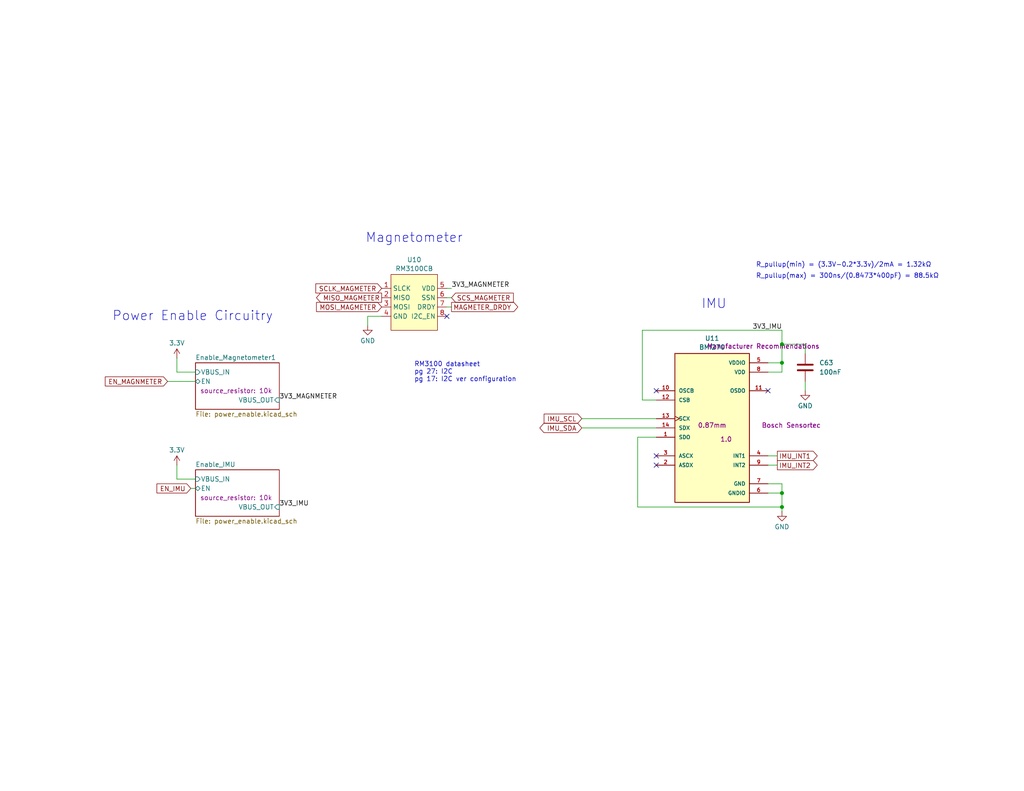
<source format=kicad_sch>
(kicad_sch (version 20250114) (generator "eeschema") (generator_version "9.0")
  (paper "A")
  (title_block (title "ADCS Main Board") (date "2025-05-22") (rev "1.6") (company "Stanford Student Space Initiative") (comment 1 "Sage Wu"))
  (lib_symbols
    (symbol "Device:C" (pin_numbers (hide yes)) (pin_names (offset 0.254))
      (property "Reference" "C" (at 0.635 2.54 0))
      (property "Value" "C" (at 0.635 -2.54 0))
      (symbol "C_0_1"
        (polyline (pts (xy -2.032 0.762) (xy 2.032 0.762)) (stroke (width 0.508)))
        (polyline (pts (xy -2.032 -0.762) (xy 2.032 -0.762)) (stroke (width 0.508)))
      )
      (symbol "C_1_1"
        (pin passive line (at 0 3.81 270) (length 2.794) (name "~") (number "1"))
        (pin passive line (at 0 -3.81 90) (length 2.794) (name "~") (number "2"))
      )
    )
    (symbol "power:+3V3" (power) (pin_numbers (hide yes)) (pin_names (offset 0) (hide yes))
      (property "Value" "+3V3" (at 0 3.556 0))
      (symbol "+3V3_0_1"
        (polyline (pts (xy -0.762 1.27) (xy 0 2.54)))
        (polyline (pts (xy 0 2.54) (xy 0.762 1.27)))
        (polyline (pts (xy 0 0) (xy 0 2.54)))
      )
      (symbol "+3V3_1_1"
        (pin power_in line (at 0 0 90) (length 0) (name "~") (number "1"))
      )
    )
    (symbol "power:GND" (power) (pin_numbers (hide yes)) (pin_names (offset 0) (hide yes))
      (property "Value" "GND" (at 0 -3.81 0))
      (symbol "GND_0_1"
        (polyline (pts (xy 0 0) (xy 0 -1.27) (xy 1.27 -1.27) (xy 0 -2.54) (xy -1.27 -1.27) (xy 0 -1.27)))
      )
      (symbol "GND_1_1"
        (pin power_in line (at 0 0 270) (length 0) (name "~") (number "1"))
      )
    )
    (symbol "ssi_IC:BMI270" (pin_names (offset 1.016))
      (property "Reference" "U" (at -10.16 21.082 0))
      (property "Value" "BMI270" (at -10.16 -22.86 0))
      (symbol "BMI270_0_0"
        (rectangle (start -10.16 -20.32) (end 10.16 20.32) (stroke (width 0.254)) (fill (type background)))
        (pin input line (at -15.24 10.16 0) (length 5.08) (name "OSCB") (number "10"))
        (pin input line (at -15.24 7.62 0) (length 5.08) (name "CSB") (number "12"))
        (pin input clock (at -15.24 2.54 0) (length 5.08) (name "SCX") (number "13"))
        (pin bidirectional line (at -15.24 0 0) (length 5.08) (name "SDX") (number "14"))
        (pin bidirectional line (at -15.24 -2.54 0) (length 5.08) (name "SDO") (number "1"))
        (pin bidirectional line (at -15.24 -7.62 0) (length 5.08) (name "ASCX") (number "3"))
        (pin bidirectional line (at -15.24 -10.16 0) (length 5.08) (name "ASDX") (number "2"))
        (pin power_in line (at 15.24 17.78 180) (length 5.08) (name "VDDIO") (number "5"))
        (pin power_in line (at 15.24 15.24 180) (length 5.08) (name "VDD") (number "8"))
        (pin output line (at 15.24 10.16 180) (length 5.08) (name "OSDO") (number "11"))
        (pin bidirectional line (at 15.24 -7.62 180) (length 5.08) (name "INT1") (number "4"))
        (pin bidirectional line (at 15.24 -10.16 180) (length 5.08) (name "INT2") (number "9"))
        (pin power_in line (at 15.24 -15.24 180) (length 5.08) (name "GND") (number "7"))
        (pin power_in line (at 15.24 -17.78 180) (length 5.08) (name "GNDIO") (number "6"))
      )
    )
    (symbol "ssi_IC:RM3100-CB_AliExpress"
      (property "Reference" "U10" (at 0 11.6375 0))
      (property "Value" "RM3100CB" (at 0 9.2132 0))
      (symbol "RM3100-CB_AliExpress_1_1"
        (rectangle (start -6.35 7.62) (end 6.35 -7.62) (fill (type background)))
        (pin input line (at -8.89 3.81 0) (length 2.54) (name "SLCK") (number "1"))
        (pin output line (at -8.89 1.27 0) (length 2.54) (name "MISO") (number "2"))
        (pin input line (at -8.89 -1.27 0) (length 2.54) (name "MOSI") (number "3"))
        (pin power_in line (at -8.89 -3.81 0) (length 2.54) (name "GND") (number "4"))
        (pin power_in line (at 8.89 3.81 180) (length 2.54) (name "VDD") (number "5"))
        (pin input line (at 8.89 1.27 180) (length 2.54) (name "SSN") (number "6"))
        (pin output line (at 8.89 -1.27 180) (length 2.54) (name "DRDY") (number "7"))
        (pin input line (at 8.89 -3.81 180) (length 2.54) (name "I2C_EN") (number "8"))
      )
    )
  )
  (text "Power Enable Circuitry" (at 52.578 86.36 0) (effects (font (size 2.54 2.54))))
  (text "RM3100 datasheet\npg 27: I2C\npg 17: I2C ver configuration" (at 113.03 101.6 0) (effects (font (size 1.27 1.27)) (justify left)))
  (text "R_pullup(min) = (3.3V-0.2*3.3v)/2mA = 1.32kΩ" (at 206.248 72.39 0) (effects (font (size 1.27 1.27)) (justify left)))
  (text "IMU" (at 194.818 83.058 0) (effects (font (size 2.54 2.54))))
  (text "R_pullup(max) = 300ns/(0.8473*400pF) = 88.5kΩ" (at 206.248 75.438 0) (effects (font (size 1.27 1.27)) (justify left)))
  (text "Magnetometer" (at 113.03 65.024 0) (effects (font (size 2.54 2.54))))
  (junction (at 213.36 99.06))
  (junction (at 213.36 138.43))
  (junction (at 213.36 93.98))
  (junction (at 213.36 134.62))
  (no_connect (at 179.07 127))
  (no_connect (at 179.07 124.46))
  (no_connect (at 121.92 86.36))
  (no_connect (at 179.07 106.68))
  (no_connect (at 209.55 106.68))
  (wire (pts (xy 213.36 134.62) (xy 213.36 138.43)))
  (wire (pts (xy 209.55 134.62) (xy 213.36 134.62)))
  (wire (pts (xy 213.36 101.6) (xy 209.55 101.6)))
  (wire (pts (xy 100.33 86.36) (xy 100.33 88.9)))
  (wire (pts (xy 158.75 114.3) (xy 179.07 114.3)))
  (wire (pts (xy 52.07 133.35) (xy 53.34 133.35)))
  (wire (pts (xy 209.55 99.06) (xy 213.36 99.06)))
  (wire (pts (xy 209.55 124.46) (xy 212.09 124.46)))
  (wire (pts (xy 104.14 86.36) (xy 100.33 86.36)))
  (wire (pts (xy 53.34 101.6) (xy 48.26 101.6)))
  (wire (pts (xy 209.55 127) (xy 212.09 127)))
  (wire (pts (xy 213.36 138.43) (xy 213.36 139.7)))
  (wire (pts (xy 179.07 119.38) (xy 173.99 119.38)))
  (wire (pts (xy 158.75 116.84) (xy 179.07 116.84)))
  (wire (pts (xy 175.26 90.17) (xy 213.36 90.17)))
  (wire (pts (xy 209.55 132.08) (xy 213.36 132.08)))
  (wire (pts (xy 53.34 130.81) (xy 48.26 130.81)))
  (wire (pts (xy 213.36 132.08) (xy 213.36 134.62)))
  (wire (pts (xy 219.71 104.14) (xy 219.71 106.68)))
  (wire (pts (xy 213.36 99.06) (xy 213.36 101.6)))
  (wire (pts (xy 213.36 93.98) (xy 213.36 99.06)))
  (wire (pts (xy 48.26 101.6) (xy 48.26 97.79)))
  (wire (pts (xy 121.92 83.82) (xy 123.19 83.82)))
  (wire (pts (xy 48.26 130.81) (xy 48.26 127)))
  (wire (pts (xy 45.72 104.14) (xy 53.34 104.14)))
  (wire (pts (xy 121.92 81.28) (xy 123.19 81.28)))
  (wire (pts (xy 219.71 96.52) (xy 219.71 93.98)))
  (wire (pts (xy 175.26 109.22) (xy 175.26 90.17)))
  (wire (pts (xy 179.07 109.22) (xy 175.26 109.22)))
  (wire (pts (xy 173.99 138.43) (xy 213.36 138.43)))
  (wire (pts (xy 173.99 119.38) (xy 173.99 138.43)))
  (wire (pts (xy 121.92 78.74) (xy 123.19 78.74)))
  (wire (pts (xy 213.36 90.17) (xy 213.36 93.98)))
  (wire (pts (xy 213.36 93.98) (xy 219.71 93.98)))
  (label "3V3_MAGNMETER" (at 123.19 78.74 0))
  (label "3V3_IMU" (at 213.36 90.17 180))
  (label "3V3_IMU" (at 76.2 138.43 0))
  (label "3V3_MAGNMETER" (at 76.2 109.22 0))
  (global_label "IMU_SDA" (shape bidirectional) (at 158.75 116.84 180) (property "Intersheetrefs" "${INTERSHEET_REFS}" (effects (hide yes))))
  (global_label "IMU_SCL" (shape input) (at 158.75 114.3 180) (property "Intersheetrefs" "${INTERSHEET_REFS}" (effects (hide yes))))
  (global_label "EN_MAGNMETER" (shape input) (at 45.72 104.14 180) (property "Intersheetrefs" "${INTERSHEET_REFS}" (effects (hide yes))))
  (global_label "MISO_MAGMETER" (shape output) (at 104.14 81.28 180) (property "Intersheetrefs" "${INTERSHEET_REFS}" (effects (hide yes))))
  (global_label "IMU_INT2" (shape output) (at 212.09 127 0) (property "Intersheetrefs" "${INTERSHEET_REFS}" (effects (hide yes))))
  (global_label "MOSI_MAGMETER" (shape input) (at 104.14 83.82 180) (property "Intersheetrefs" "${INTERSHEET_REFS}" (effects (hide yes))))
  (global_label "EN_IMU" (shape input) (at 52.07 133.35 180) (property "Intersheetrefs" "${INTERSHEET_REFS}" (effects (hide yes))))
  (global_label "MAGMETER_DRDY" (shape output) (at 123.19 83.82 0) (property "Intersheetrefs" "${INTERSHEET_REFS}" (effects (hide yes))))
  (global_label "SCLK_MAGMETER" (shape input) (at 104.14 78.74 180) (property "Intersheetrefs" "${INTERSHEET_REFS}" (effects (hide yes))))
  (global_label "SCS_MAGMETER" (shape input) (at 123.19 81.28 0) (property "Intersheetrefs" "${INTERSHEET_REFS}" (effects (hide yes))))
  (global_label "IMU_INT1" (shape output) (at 212.09 124.46 0) (property "Intersheetrefs" "${INTERSHEET_REFS}" (effects (hide yes))))
  (symbol (lib_id "power:GND") (at 100.33 88.9 0) (unit 1)
    (property "Reference" "#PWR058" (effects (hide yes)))
    (property "Value" "GND" (at 100.33 93.0331 0))
    (property "Description" "Power symbol creates a global label with name \"GND\" , ground" (effects (hide yes)))
  )
  (symbol (lib_id "power:GND") (at 213.36 139.7 0) (unit 1)
    (property "Reference" "#PWR079" (effects (hide yes)))
    (property "Value" "GND" (at 213.36 143.8331 0))
    (property "Description" "Power symbol creates a global label with name \"GND\" , ground" (effects (hide yes)))
  )
  (symbol (lib_id "ssi_IC:BMI270") (at 194.31 116.84 0) (unit 1)
    (property "Reference" "U11" (at 194.31 92.3755 0))
    (property "Value" "BMI270" (at 194.31 94.7998 0))
    (property "Footprint" "ssi_IC:BMI270" (effects (hide yes)))
    (property "Datasheet" "https://www.bosch-sensortec.com/media/boschsensortec/downloads/datasheets/bst-bmi270-ds000.pdf" (effects (hide yes)))
    (property "Height" "0.87mm" (effects (hide yes)))
    (property "Manufacturer_Name" "Bosch Sensortec" (effects (hide yes)))
    (property "Standard" "Manufacturer Recommendations" (effects (hide yes)))
    (property "PATREV" "1.0" (at 198.12 120.65 0) (effects (justify bottom)))
    (property "STANDARD" "Manufacturer Recommendations" (at 208.28 95.25 0) (effects (justify bottom)))
    (property "MAXIMUM_PACKAGE_HEIGHT" "0.87mm" (at 194.31 116.84 0) (effects (justify bottom)))
    (property "MANUFACTURER" "Bosch Sensortec" (at 215.9 116.84 0) (effects (justify bottom)))
  )
  (symbol (lib_id "power:+3V3") (at 48.26 127 0) (unit 1)
    (property "Reference" "#PWR07" (effects (hide yes)))
    (property "Value" "3.3V" (at 48.26 122.8669 0))
    (property "Description" "Power symbol creates a global label with name \"+3V3\"" (effects (hide yes)))
  )
  (symbol (lib_id "ssi_IC:RM3100-CB_AliExpress") (at 113.03 82.55 0) (unit 1)
    (property "Reference" "U10" (at 113.03 70.9125 0))
    (property "Value" "RM3100CB" (at 113.03 73.3368 0))
    (property "Footprint" "ssi_IC:RM3100CB" (effects (hide yes)))
    (property "Datasheet" "https://www.pnisensor.com/rm3100-cb/#download-rm3100-cb-manual" (effects (hide yes)))
  )
  (symbol (lib_id "power:GND") (at 219.71 106.68 0) (unit 1)
    (property "Reference" "#PWR022" (effects (hide yes)))
    (property "Value" "GND" (at 219.71 110.8131 0))
    (property "Description" "Power symbol creates a global label with name \"GND\" , ground" (effects (hide yes)))
  )
  (symbol (lib_id "power:+3V3") (at 48.26 97.79 0) (unit 1)
    (property "Reference" "#PWR01" (effects (hide yes)))
    (property "Value" "3.3V" (at 48.26 93.6569 0))
    (property "Description" "Power symbol creates a global label with name \"+3V3\"" (effects (hide yes)))
  )
  (symbol (lib_id "Device:C") (at 219.71 100.33 0) (unit 1)
    (property "Reference" "C63" (at 223.52 99.0599 0) (effects (justify left)))
    (property "Value" "100nF" (at 223.52 101.5999 0) (effects (justify left)))
    (property "Footprint" "Capacitor_SMD:C_0603_1608Metric" (effects (hide yes)))
    (property "Description" "Unpolarized capacitor" (effects (hide yes)))
  )
  (sheet (at 53.34 99.06) (size 22.86 12.7) (stroke (width 0.1524))
    (property "Sheetname" "Enable_Magnetometer1" (at 53.34 98.3484 0) (effects (justify left bottom)))
    (property "Sheetfile" "power_enable.kicad_sch" (at 53.34 112.3446 0) (effects (justify left top)))
    (property "source_resistor" "10k" (at 64.4398 106.68 0) (show_name yes))
    (pin "VBUS_IN" input (at 53.34 101.6 180))
    (pin "EN" bidirectional (at 53.34 104.14 180))
    (pin "VBUS_OUT" input (at 76.2 109.22 0))
  )
  (sheet (at 53.34 128.27) (size 22.86 12.7) (stroke (width 0.1524))
    (property "Sheetname" "Enable_IMU" (at 53.34 127.5584 0) (effects (justify left bottom)))
    (property "Sheetfile" "power_enable.kicad_sch" (at 53.34 141.5546 0) (effects (justify left top)))
    (property "source_resistor" "10k" (at 64.4398 135.89 0) (show_name yes))
    (pin "VBUS_IN" input (at 53.34 130.81 180))
    (pin "EN" bidirectional (at 53.34 133.35 180))
    (pin "VBUS_OUT" input (at 76.2 138.43 0))
  )
)
</source>
